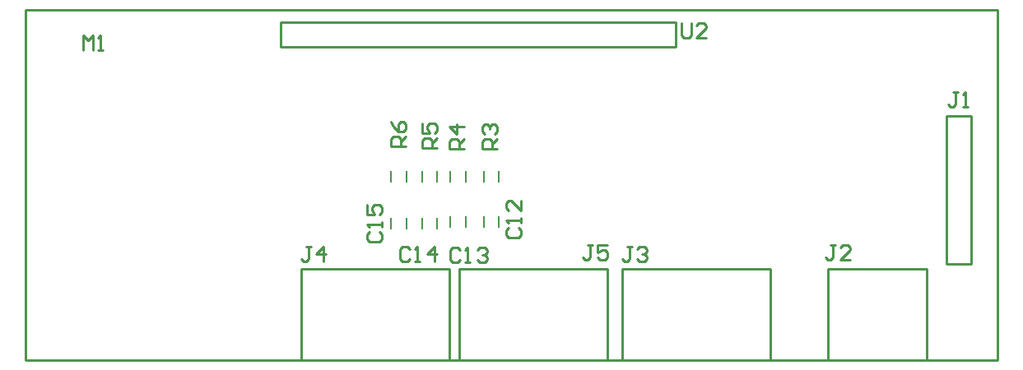
<source format=gto>
G04 Layer_Color=65535*
%FSLAX43Y43*%
%MOMM*%
G71*
G01*
G75*
%ADD12C,0.254*%
%ADD34C,0.200*%
D12*
X140335Y68326D02*
X141605D01*
Y83566D01*
X139065D02*
X141605D01*
X139065Y68326D02*
Y83566D01*
Y68326D02*
X140335D01*
X88900Y58420D02*
Y62992D01*
Y58420D02*
X104140D01*
Y67818D01*
X88900D02*
X104140D01*
X88900Y62992D02*
Y67818D01*
X72644Y58420D02*
Y62992D01*
Y58420D02*
X87884D01*
Y67818D01*
X72644D02*
X87884D01*
X72644Y62992D02*
Y67818D01*
X105664Y58420D02*
Y62992D01*
Y58420D02*
X120904D01*
Y67818D01*
X105664D02*
X120904D01*
X105664Y62992D02*
Y67818D01*
X126873Y58420D02*
Y62992D01*
Y58420D02*
X137033D01*
Y67818D01*
X126873D02*
X137033D01*
X126873Y62992D02*
Y67818D01*
X70522Y90671D02*
Y91941D01*
Y90671D02*
X111162D01*
Y93211D01*
X70522D02*
X111162D01*
X70522Y91941D02*
Y93211D01*
X140195Y85966D02*
X139687D01*
X139941D01*
Y84696D01*
X139687Y84442D01*
X139433D01*
X139179Y84696D01*
X140703Y84442D02*
X141211D01*
X140957D01*
Y85966D01*
X140703Y85712D01*
X79642Y71640D02*
X79388Y71386D01*
Y70879D01*
X79642Y70625D01*
X80658D01*
X80912Y70879D01*
Y71386D01*
X80658Y71640D01*
X80912Y72148D02*
Y72656D01*
Y72402D01*
X79388D01*
X79642Y72148D01*
X79388Y74433D02*
Y73418D01*
X80150D01*
X79896Y73926D01*
Y74180D01*
X80150Y74433D01*
X80658D01*
X80912Y74180D01*
Y73672D01*
X80658Y73418D01*
X83820Y69850D02*
X83566Y70104D01*
X83058D01*
X82804Y69850D01*
Y68834D01*
X83058Y68580D01*
X83566D01*
X83820Y68834D01*
X84328Y68580D02*
X84835D01*
X84581D01*
Y70104D01*
X84328Y69850D01*
X86359Y68580D02*
Y70104D01*
X85597Y69342D01*
X86613D01*
X89027Y69723D02*
X88773Y69977D01*
X88265D01*
X88011Y69723D01*
Y68707D01*
X88265Y68453D01*
X88773D01*
X89027Y68707D01*
X89535Y68453D02*
X90042D01*
X89788D01*
Y69977D01*
X89535Y69723D01*
X90804D02*
X91058Y69977D01*
X91566D01*
X91820Y69723D01*
Y69469D01*
X91566Y69215D01*
X91312D01*
X91566D01*
X91820Y68961D01*
Y68707D01*
X91566Y68453D01*
X91058D01*
X90804Y68707D01*
X93980Y72009D02*
X93726Y71755D01*
Y71247D01*
X93980Y70993D01*
X94996D01*
X95250Y71247D01*
Y71755D01*
X94996Y72009D01*
X95250Y72517D02*
Y73024D01*
Y72770D01*
X93726D01*
X93980Y72517D01*
X95250Y74802D02*
Y73786D01*
X94234Y74802D01*
X93980D01*
X93726Y74548D01*
Y74040D01*
X93980Y73786D01*
X83439Y80391D02*
X81915D01*
Y81153D01*
X82169Y81407D01*
X82677D01*
X82931Y81153D01*
Y80391D01*
Y80899D02*
X83439Y81407D01*
X81915Y82930D02*
X82169Y82422D01*
X82677Y81915D01*
X83185D01*
X83439Y82168D01*
Y82676D01*
X83185Y82930D01*
X82931D01*
X82677Y82676D01*
Y81915D01*
X86614Y80264D02*
X85090D01*
Y81026D01*
X85344Y81280D01*
X85852D01*
X86106Y81026D01*
Y80264D01*
Y80772D02*
X86614Y81280D01*
X85090Y82803D02*
Y81788D01*
X85852D01*
X85598Y82295D01*
Y82549D01*
X85852Y82803D01*
X86360D01*
X86614Y82549D01*
Y82041D01*
X86360Y81788D01*
X89408Y80137D02*
X87884D01*
Y80899D01*
X88138Y81153D01*
X88646D01*
X88900Y80899D01*
Y80137D01*
Y80645D02*
X89408Y81153D01*
Y82422D02*
X87884D01*
X88646Y81661D01*
Y82676D01*
X92837Y80137D02*
X91313D01*
Y80899D01*
X91567Y81153D01*
X92075D01*
X92329Y80899D01*
Y80137D01*
Y80645D02*
X92837Y81153D01*
X91567Y81661D02*
X91313Y81914D01*
Y82422D01*
X91567Y82676D01*
X91821D01*
X92075Y82422D01*
Y82168D01*
Y82422D01*
X92329Y82676D01*
X92583D01*
X92837Y82422D01*
Y81914D01*
X92583Y81661D01*
X102616Y70231D02*
X102108D01*
X102362D01*
Y68961D01*
X102108Y68707D01*
X101854D01*
X101600Y68961D01*
X104139Y70231D02*
X103124D01*
Y69469D01*
X103631Y69723D01*
X103885D01*
X104139Y69469D01*
Y68961D01*
X103885Y68707D01*
X103377D01*
X103124Y68961D01*
X73660Y70104D02*
X73152D01*
X73406D01*
Y68834D01*
X73152Y68580D01*
X72898D01*
X72644Y68834D01*
X74929Y68580D02*
Y70104D01*
X74168Y69342D01*
X75183D01*
X106680Y70104D02*
X106172D01*
X106426D01*
Y68834D01*
X106172Y68580D01*
X105918D01*
X105664Y68834D01*
X107188Y69850D02*
X107441Y70104D01*
X107949D01*
X108203Y69850D01*
Y69596D01*
X107949Y69342D01*
X107695D01*
X107949D01*
X108203Y69088D01*
Y68834D01*
X107949Y68580D01*
X107441D01*
X107188Y68834D01*
X127597Y70218D02*
X127089D01*
X127343D01*
Y68948D01*
X127089Y68694D01*
X126835D01*
X126581Y68948D01*
X129120Y68694D02*
X128104D01*
X129120Y69710D01*
Y69964D01*
X128866Y70218D01*
X128358D01*
X128104Y69964D01*
X111760Y93091D02*
Y91821D01*
X112014Y91567D01*
X112522D01*
X112776Y91821D01*
Y93091D01*
X114299Y91567D02*
X113284D01*
X114299Y92583D01*
Y92837D01*
X114045Y93091D01*
X113537D01*
X113284Y92837D01*
X50229Y90284D02*
Y91808D01*
X50736Y91300D01*
X51244Y91808D01*
Y90284D01*
X51752D02*
X52260D01*
X52006D01*
Y91808D01*
X51752Y91554D01*
X144292Y58441D02*
Y94441D01*
X44292Y58441D02*
X144292D01*
X44292D02*
Y94441D01*
X144292D01*
D34*
X83477Y71967D02*
Y73067D01*
X81877Y71967D02*
Y73067D01*
X85052Y71967D02*
Y73067D01*
X86652Y71967D02*
Y73067D01*
X89573Y72094D02*
Y73194D01*
X87973Y72094D02*
Y73194D01*
X93002Y72094D02*
Y73194D01*
X91402Y72094D02*
Y73194D01*
X83452Y76793D02*
Y77893D01*
X81902Y76793D02*
Y77893D01*
X86627Y76793D02*
Y77893D01*
X85077Y76793D02*
Y77893D01*
X89548Y76793D02*
Y77893D01*
X87998Y76793D02*
Y77893D01*
X92977Y76793D02*
Y77893D01*
X91427Y76793D02*
Y77893D01*
M02*

</source>
